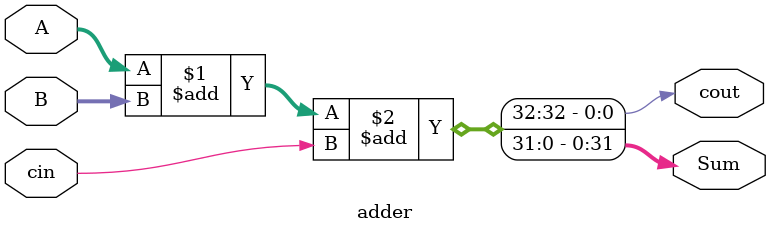
<source format=v>
module fa(a, b, cin, sum, cout);
    input a, b, cin;
    output sum, cout;

    assign sum = a ^ b ^ cin;
    assign cout = (a&b)^(cin&(a^b));
endmodule // fa

// Simple n-bit ripple-carry adder
module fa_nbit(A, B, cin, Sum, cout);
    parameter WIDTH=32;
    input [0:(WIDTH-1)] A, B;
    input cin;
    output [0:(WIDTH-1)] Sum;
    output cout;

    // Carry will need WIDTH+1 bits total
    wire [0:(WIDTH)] carry;

    // Generate WIDTH full adders and wire them appropriately
    genvar i;
    generate
        for (i=0; i<WIDTH; i=i+1) begin: FA_NBIT
            // Carry-out of previous wired to carry-in of next
            // (MSB is 0, LSB is 31, carry[31] feeds cin[30])
            // This is an endianness issue.
            fa FA (
                .a(A[i]),
                .b(B[i]),
                .cin(carry[i+1]),
                .sum(Sum[i]),
                .cout(carry[i]));
        end
    endgenerate
    // cin & cout wiring
    assign cout = carry[0];
    assign carry[WIDTH] = cin;
endmodule

// Simple n-bit adder
module adder(A, B, cin, Sum, cout);
    parameter WIDTH=32;
    input [0:(WIDTH-1)] A, B;
    input cin;
    output [0:(WIDTH-1)] Sum;
    output cout;

		assign {cout, Sum} = A + B + cin;

endmodule

</source>
